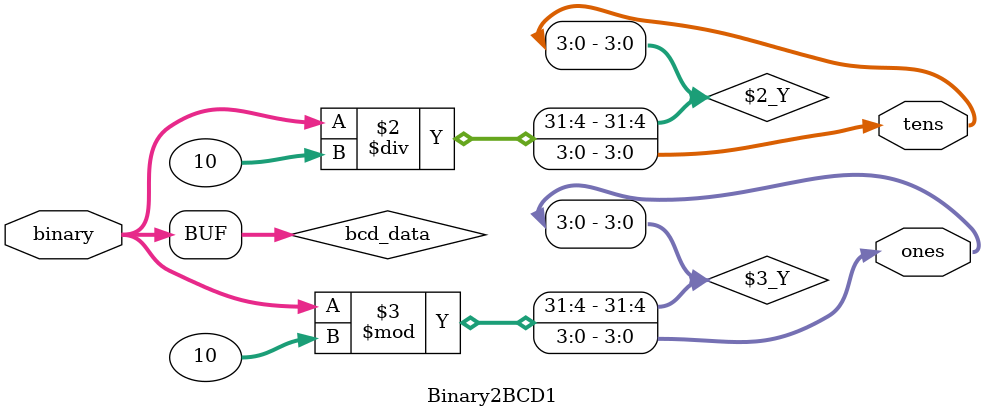
<source format=v>
module Binary2BCD1(
    input [5:0] binary,
	output reg [3:0] tens,
	output reg [3:0] ones
	);
	
  reg [5:0] bcd_data = 0;
	
	always @(binary)
	begin
		bcd_data = binary;
		tens = bcd_data/10;
		ones = bcd_data%10;
		
	end
endmodule
</source>
